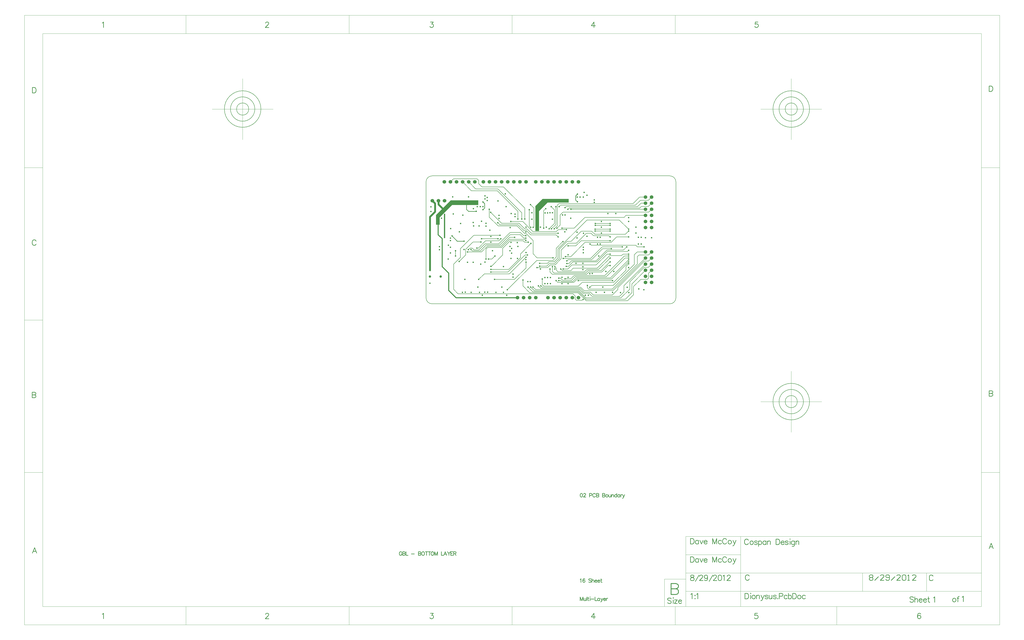
<source format=gbl>
%FSLAX25Y25*%
%MOIN*%
G70*
G01*
G75*
G04 Layer_Physical_Order=4*
G04 Layer_Color=16711680*
%ADD10O,0.06102X0.02165*%
%ADD11R,0.04921X0.01378*%
%ADD12O,0.07087X0.01181*%
%ADD13O,0.01181X0.07087*%
%ADD14R,0.02362X0.03937*%
%ADD15R,0.01772X0.03937*%
%ADD16R,0.07480X0.02835*%
%ADD17R,0.04921X0.07284*%
%ADD18R,0.09843X0.03543*%
%ADD19R,0.00984X0.03150*%
%ADD20R,0.07087X0.11811*%
%ADD21R,0.05118X0.09055*%
%ADD22R,0.07087X0.07480*%
%ADD23R,0.05512X0.06299*%
%ADD24R,0.05315X0.01575*%
%ADD25R,0.07874X0.04724*%
%ADD26R,0.04331X0.12598*%
%ADD27R,0.02953X0.02559*%
%ADD28R,0.02756X0.01969*%
%ADD29R,0.01969X0.02756*%
%ADD30R,0.05906X0.05118*%
%ADD31R,0.02362X0.01969*%
%ADD32R,0.02559X0.02953*%
%ADD33R,0.01969X0.02362*%
%ADD34C,0.00600*%
%ADD35C,0.01000*%
%ADD36C,0.01500*%
%ADD37C,0.02000*%
%ADD38C,0.03000*%
%ADD39C,0.00400*%
%ADD40C,0.00200*%
%ADD41C,0.01400*%
%ADD42C,0.05906*%
%ADD43C,0.03937*%
%ADD44C,0.06000*%
%ADD45C,0.02400*%
%ADD46C,0.04000*%
%ADD47C,0.06416*%
G04:AMPARAMS|DCode=48|XSize=80.157mil|YSize=80.157mil|CornerRadius=0mil|HoleSize=0mil|Usage=FLASHONLY|Rotation=0.000|XOffset=0mil|YOffset=0mil|HoleType=Round|Shape=Relief|Width=8mil|Gap=10mil|Entries=4|*
%AMTHD48*
7,0,0,0.08016,0.06016,0.00800,45*
%
%ADD48THD48*%
%ADD49C,0.08699*%
%ADD50C,0.09487*%
%ADD51C,0.14900*%
%ADD52C,0.06400*%
G04:AMPARAMS|DCode=53|XSize=80mil|YSize=80mil|CornerRadius=0mil|HoleSize=0mil|Usage=FLASHONLY|Rotation=0.000|XOffset=0mil|YOffset=0mil|HoleType=Round|Shape=Relief|Width=8mil|Gap=10mil|Entries=4|*
%AMTHD53*
7,0,0,0.08000,0.06000,0.00800,45*
%
%ADD53THD53*%
G04:AMPARAMS|DCode=54|XSize=50mil|YSize=50mil|CornerRadius=0mil|HoleSize=0mil|Usage=FLASHONLY|Rotation=0.000|XOffset=0mil|YOffset=0mil|HoleType=Round|Shape=Relief|Width=8mil|Gap=10mil|Entries=4|*
%AMTHD54*
7,0,0,0.05000,0.03000,0.00800,45*
%
%ADD54THD54*%
%ADD55C,0.03400*%
G36*
X234800Y166500D02*
X200300D01*
X186300Y152500D01*
Y119900D01*
X180300D01*
Y160900D01*
X192000Y172600D01*
X234800D01*
Y166500D01*
D02*
G37*
G36*
X86400Y162400D02*
X43600D01*
X23300Y142100D01*
Y130100D01*
X17200D01*
Y146100D01*
X41200Y170100D01*
X86400D01*
Y162400D01*
D02*
G37*
D34*
X78000Y102000D02*
X91000D01*
X65900Y89900D02*
X78000Y102000D01*
X126700Y80400D02*
Y91700D01*
X108250Y61950D02*
X126700Y80400D01*
X107250Y61950D02*
X108250D01*
X155800Y76300D02*
Y82300D01*
X136400Y56900D02*
X155800Y76300D01*
X107300Y56900D02*
X136400D01*
X155800Y82300D02*
X173000Y99500D01*
X102000Y92900D02*
X124500D01*
X99300Y90200D02*
X102000Y92900D01*
X99300Y74000D02*
Y90200D01*
X101400Y95000D02*
X123700D01*
X91800Y85400D02*
X101400Y95000D01*
X68800Y85400D02*
X91800D01*
X99700Y97000D02*
X121900D01*
X89900Y87200D02*
X99700Y97000D01*
X76747Y87200D02*
X89900D01*
X97500Y99000D02*
X120300D01*
X87500Y89000D02*
X97500Y99000D01*
X79400Y89000D02*
X87500D01*
X124500Y92900D02*
X137900Y106300D01*
X123700Y95000D02*
X138100Y109400D01*
X120221Y103779D02*
X123700Y107258D01*
X243900Y46900D02*
X294200D01*
X238500Y41500D02*
X243900Y46900D01*
X229000Y41500D02*
X238500D01*
X239600Y38900D02*
X245600Y44900D01*
X225060Y38900D02*
X239600D01*
X221460Y42500D02*
X225060Y38900D01*
X223400Y37000D02*
X241500D01*
X221900Y38500D02*
X223400Y37000D01*
X218500Y38500D02*
X221900D01*
X218500Y42500D02*
X221460D01*
X245600Y44900D02*
X296600D01*
X247400Y42900D02*
X303591D01*
X241500Y37000D02*
X247400Y42900D01*
X248500Y41000D02*
X304841D01*
X243100Y35600D02*
X248500Y41000D01*
X216964Y35600D02*
X243100D01*
X265500Y26800D02*
Y30500D01*
X267600Y24700D02*
X306500D01*
X265500Y26800D02*
X267600Y24700D01*
X269500Y27500D02*
X272400Y30400D01*
X214064Y38500D02*
X216964Y35600D01*
X231900Y66500D02*
X235137D01*
X233900Y72900D02*
X272600D01*
X232000Y71000D02*
X233900Y72900D01*
X162700Y101500D02*
X168500D01*
X214201Y113600D02*
X217500Y110301D01*
X238500Y78000D02*
X261600Y101100D01*
X229500Y78000D02*
X238500D01*
X255323Y104023D02*
X302791D01*
X246700Y95400D02*
X255323Y104023D01*
X233800Y95400D02*
X246700D01*
X225400Y150900D02*
X366300D01*
X220800Y146300D02*
X225400Y150900D01*
X220800Y129690D02*
Y146300D01*
X229000Y158100D02*
X230700Y159800D01*
X233500Y155500D02*
X235500Y157500D01*
X238400Y155400D02*
X360800D01*
X55200Y69900D02*
X65900Y80600D01*
Y89900D01*
X40800Y200400D02*
X45900Y205500D01*
X96400Y49500D02*
X137444D01*
X341300Y15300D02*
Y28800D01*
X263500Y5400D02*
X331400D01*
X341300Y15300D01*
X327800Y7900D02*
X338400Y18500D01*
X263300Y7900D02*
X327800D01*
X320700Y10200D02*
X335100Y24600D01*
X263200Y10200D02*
X320700D01*
X318300Y12600D02*
X325700Y20000D01*
X273400Y12600D02*
X318300D01*
X275300Y14800D02*
X306600D01*
X272400Y30400D02*
X307800D01*
X193800Y153400D02*
X197100Y156700D01*
X206300Y160000D02*
X211600Y154700D01*
X216300Y162100D02*
X219000Y164800D01*
X219200Y159900D02*
X221500Y162200D01*
X243990Y124490D02*
X261700Y142200D01*
X325800D01*
X223906Y124490D02*
X243990D01*
X178000Y127300D02*
Y157600D01*
X172300Y163300D02*
X178000Y157600D01*
X84300Y92000D02*
X86942D01*
X76400D02*
X79400Y89000D01*
X72900Y92000D02*
X76400D01*
X70279Y89379D02*
X72900Y92000D01*
X74547Y89400D02*
X76747Y87200D01*
X86942Y92000D02*
X98721Y103779D01*
X214600Y91700D02*
X225350Y102450D01*
X214600Y77100D02*
Y91700D01*
X183000Y75800D02*
X209300D01*
X176400Y82400D02*
X183000Y75800D01*
X209100Y71600D02*
X214600Y77100D01*
X182500Y71600D02*
X209100D01*
X211200Y69400D02*
X217300Y75500D01*
X202700Y69400D02*
X211200D01*
X217300Y75500D02*
Y90500D01*
X200300Y67000D02*
X202700Y69400D01*
X187300Y67000D02*
X200300D01*
X217300Y90500D02*
X264800Y138000D01*
X203200Y66600D02*
X211600D01*
X198900Y62300D02*
X203200Y66600D01*
X187300Y62300D02*
X198900D01*
X204700Y64300D02*
X212500D01*
X200300Y59900D02*
X204700Y64300D01*
X182800Y59900D02*
X200300D01*
X211600Y66600D02*
X219400Y74400D01*
Y90100D01*
X232200Y102900D01*
X238900D01*
X233900Y100000D02*
X247700D01*
X222600Y88700D02*
X233900Y100000D01*
X222600Y74400D02*
Y88700D01*
X212500Y64300D02*
X222600Y74400D01*
X172500Y113600D02*
X214201D01*
X211000Y50900D02*
X262700D01*
X208200Y53700D02*
X211000Y50900D01*
X208200Y53700D02*
Y61358D01*
X208000Y48900D02*
X264100D01*
X204221Y52679D02*
X208000Y48900D01*
X204221Y52679D02*
Y57238D01*
X208158Y61400D02*
X208200Y61358D01*
X212300Y60895D02*
X214800Y58394D01*
Y55400D02*
Y58394D01*
Y55400D02*
X217300Y52900D01*
X260800D01*
X212300Y60895D02*
Y61300D01*
X271000Y74900D02*
X290000Y93900D01*
X225800Y74900D02*
X271000D01*
X272600Y72900D02*
X290600Y90900D01*
X280000Y70900D02*
X297500Y88400D01*
X239537Y70900D02*
X280000D01*
X235137Y66500D02*
X239537Y70900D01*
X281300Y69200D02*
X298300Y86200D01*
X241900Y69200D02*
X281300D01*
X234557Y61857D02*
X241900Y69200D01*
X269800Y98700D02*
X272054Y96446D01*
X345054D01*
X261600Y101100D02*
X304400D01*
X271600Y116100D02*
X275400Y112300D01*
X263800Y116100D02*
X271600D01*
X247700Y100000D02*
X263800Y116100D01*
X275400Y112300D02*
X300813D01*
X302791Y110322D01*
X277800Y114500D02*
X327879D01*
X272600Y119700D02*
X277800Y114500D01*
X255700Y119700D02*
X272600D01*
X238900Y102900D02*
X255700Y119700D01*
X264800Y138000D02*
X318000D01*
X290000Y93900D02*
X322800D01*
X290600Y90900D02*
X304800D01*
X297500Y88400D02*
X324700D01*
X298300Y86200D02*
X331143D01*
X240250Y64150D02*
X280050D01*
X281400Y58800D02*
X302200Y79600D01*
X297876Y81976D02*
X302791D01*
X280050Y64150D02*
X297876Y81976D01*
X323776D02*
X333218D01*
X321400Y79600D02*
X323776Y81976D01*
X302200Y79600D02*
X321400D01*
X242300Y58800D02*
X281400D01*
X238400Y54900D02*
X242300Y58800D01*
X284015Y56900D02*
X302791Y75676D01*
X264800Y56900D02*
X284015D01*
X260800Y52900D02*
X264800Y56900D01*
X299678Y63078D02*
X302791D01*
X289200Y52600D02*
X299678Y63078D01*
X267800Y52600D02*
X289200D01*
X288169Y54800D02*
X302768Y69400D01*
X266600Y54800D02*
X288169D01*
X262700Y50900D02*
X266600Y54800D01*
X264100Y48900D02*
X267800Y52600D01*
X241800Y16900D02*
X245500Y13200D01*
X250200Y18700D02*
X263500Y5400D01*
X170900Y18700D02*
X250200D01*
X159800Y29800D02*
X170900Y18700D01*
X250900Y20300D02*
X263300Y7900D01*
X175900Y20300D02*
X250900D01*
X168300Y27900D02*
X175900Y20300D01*
X251500Y21900D02*
X263200Y10200D01*
X178400Y21900D02*
X251500D01*
X172400Y27900D02*
X178400Y21900D01*
X252600Y23800D02*
X258800Y17600D01*
X180400Y23800D02*
X252600D01*
X176300Y27900D02*
X180400Y23800D01*
X253800Y25500D02*
X259600Y19700D01*
X189700Y25500D02*
X253800D01*
X185300Y29900D02*
X189700Y25500D01*
X191600Y27600D02*
X254700D01*
X189300Y29900D02*
X191600Y27600D01*
X250800Y29400D02*
X256800Y35400D01*
X193800Y29400D02*
X250800D01*
X191400Y31800D02*
X193800Y29400D01*
X191400Y31800D02*
Y41300D01*
X49300Y79000D02*
Y87500D01*
X176662Y125962D02*
X176794Y126094D01*
X91842Y107258D02*
X118800D01*
X79300Y113000D02*
X122400D01*
X57200Y90900D02*
X79300Y113000D01*
X165100Y115400D02*
X176400Y104100D01*
X245500Y8100D02*
X247500Y6100D01*
X245500Y8100D02*
Y13200D01*
X258800Y17600D02*
X268400D01*
X247500Y6100D02*
X257000D01*
X258400Y7500D01*
X159800Y29800D02*
Y39700D01*
X170300Y128350D02*
X172725Y125925D01*
X170300Y128350D02*
Y154900D01*
X304400Y101100D02*
X313622Y110322D01*
X333218D01*
X324700Y88400D02*
X330200Y93900D01*
X331143Y86200D02*
X333218Y88275D01*
X230800Y61857D02*
X234557D01*
X328900Y61910D02*
X333218Y66228D01*
X304841Y41000D02*
X333218Y69377D01*
X303591Y42900D02*
X333218Y72527D01*
X296600Y44900D02*
X327376Y75676D01*
X333218D01*
X294200Y46900D02*
X326126Y78826D01*
X333218D01*
X302768Y69400D02*
X302791Y69377D01*
X166500Y123100D02*
X173400Y116200D01*
X217500D01*
X165700Y120400D02*
X172500Y113600D01*
X278550Y132369D02*
X302791D01*
X278550Y129220D02*
X302791D01*
X278200Y122921D02*
X302791D01*
X278200Y119771D02*
X302791D01*
X327879Y114500D02*
X333170Y119791D01*
X250435Y38400D02*
X307000D01*
X328900Y55700D02*
Y61910D01*
X256800Y35400D02*
X308600D01*
X328900Y55700D01*
X259600Y19700D02*
X270400D01*
X57200Y76600D02*
Y90900D01*
X46100Y65500D02*
X57200Y76600D01*
X270400Y19700D02*
X275300Y14800D01*
X268400Y17600D02*
X273400Y12600D01*
X176662Y125962D02*
X178000Y127300D01*
X139900Y135500D02*
X159500D01*
X176200Y118800D01*
X214500D01*
X345054Y96446D02*
X347500Y94000D01*
X318000Y138000D02*
X332900Y123100D01*
X214500Y118800D02*
X217800Y122100D01*
X231300D01*
X176400Y82400D02*
Y104100D01*
X215600Y124490D02*
X220800Y129690D01*
X211100Y123400D02*
X216300Y128600D01*
Y162100D01*
X206700Y123400D02*
X213800Y130500D01*
Y159700D01*
X214000Y159900D01*
X202800Y123400D02*
X211600Y132200D01*
Y154700D01*
X193800Y124400D02*
Y153400D01*
X137444Y49500D02*
X164780Y76836D01*
X135200Y52500D02*
X163100Y80400D01*
X167300D01*
X107300Y52500D02*
X135200D01*
X103300Y73900D02*
X108900D01*
X113900Y78900D01*
X118700Y133600D02*
X122000Y130300D01*
X104700Y142600D02*
Y155500D01*
X162900Y123100D02*
X166500D01*
X122000Y130300D02*
X151600D01*
X161500Y120400D01*
X165700D01*
X104700Y142600D02*
X119200Y128100D01*
X106900Y150500D02*
X125000Y132400D01*
X153600D01*
X162900Y123100D01*
X119200Y128100D02*
X150100D01*
X162800Y115400D01*
X165100D01*
X155600Y117700D02*
X161031Y112269D01*
X164700D01*
X155500Y113900D02*
X161068Y108332D01*
X164700D01*
X162795Y106300D02*
X164700Y104395D01*
X98721Y103779D02*
X120221D01*
X120300Y99000D02*
X139000Y117700D01*
X155600D01*
X160200Y104000D02*
X162700Y101500D01*
X121900Y97000D02*
X138800Y113900D01*
X155500D01*
X138100Y109400D02*
X146300D01*
X137900Y106300D02*
X162795D01*
X126700Y91700D02*
X139000Y104000D01*
X160200D01*
X221900Y57400D02*
X224400Y54900D01*
X238400D01*
X233500Y57400D02*
X240250Y64150D01*
X225900Y57400D02*
X233500D01*
X329000Y145400D02*
X360800D01*
X325800Y142200D02*
X329000Y145400D01*
X366300Y150900D02*
X370800Y155400D01*
X365600Y160200D02*
X370800Y165400D01*
X235500Y157500D02*
X351600D01*
X354300Y160200D01*
X365600D01*
X230700Y159800D02*
X347800D01*
X353400Y165400D01*
X360800D01*
X365700Y170300D02*
X370800Y175400D01*
X221500Y162200D02*
X344300D01*
X352400Y170300D01*
X365700D01*
X219000Y164800D02*
X340600D01*
X351200Y175400D01*
X360800D01*
X341300Y28800D02*
X353100Y40600D01*
X363900D01*
X307800Y30400D02*
X342700Y65300D01*
X366000Y80600D02*
X370800Y85400D01*
X254700Y27600D02*
X260000Y22300D01*
X307700D01*
X360800Y75400D01*
X306500Y24700D02*
X347400Y65600D01*
X359000Y70600D02*
X366000D01*
X370800Y75400D01*
X306600Y14800D02*
X315600Y23800D01*
Y27200D01*
X359000Y70600D01*
X325700Y20000D02*
Y30300D01*
X360800Y65400D01*
X342700Y65300D02*
Y80900D01*
X347200Y85400D01*
X360800D01*
X347400Y65600D02*
Y77900D01*
X350100Y80600D01*
X366000D01*
X358700Y60200D02*
X365600D01*
X370800Y65400D01*
X335100Y24600D02*
Y36600D01*
X358700Y60200D01*
X338400Y18500D02*
Y33000D01*
X360800Y55400D01*
X363900Y40600D02*
X366000Y42700D01*
Y50600D01*
X370800Y55400D01*
X347500Y94000D02*
X358493D01*
X134300Y23400D02*
X182500Y71600D01*
X46100Y24100D02*
Y65500D01*
Y24100D02*
X53300Y16900D01*
X241800D01*
X87300Y40400D02*
X96400Y49500D01*
X164800Y59300D02*
Y69000D01*
X113300Y40400D02*
X145900D01*
X164800Y59300D01*
X60800Y200400D02*
X75300Y185900D01*
X70800Y200400D02*
X82200Y189000D01*
X118800D01*
X157765Y150035D01*
Y139400D02*
Y150035D01*
X45900Y205500D02*
X84700D01*
X87300Y202900D01*
Y197500D02*
Y202900D01*
Y197500D02*
X92500Y192300D01*
X75300Y185900D02*
X117800D01*
X151600Y152100D01*
Y139400D02*
Y152100D01*
X92500Y192300D02*
X128000D01*
X162800Y157500D01*
Y139400D02*
Y157500D01*
X610000Y-160000D02*
G03*
X610000Y-160000I-10000J0D01*
G01*
X620000D02*
G03*
X620000Y-160000I-20000J0D01*
G01*
X630000D02*
G03*
X630000Y-160000I-30000J0D01*
G01*
X610000Y320000D02*
G03*
X610000Y320000I-10000J0D01*
G01*
X620000D02*
G03*
X620000Y320000I-20000J0D01*
G01*
X630000D02*
G03*
X630000Y320000I-30000J0D01*
G01*
X-290000D02*
G03*
X-290000Y320000I-10000J0D01*
G01*
X-280000D02*
G03*
X-280000Y320000I-20000J0D01*
G01*
X-270000D02*
G03*
X-270000Y320000I-30000J0D01*
G01*
X800Y10400D02*
G03*
X10800Y400I10000J0D01*
G01*
Y210400D02*
G03*
X800Y200400I0J-10000D01*
G01*
X410800D02*
G03*
X400800Y210400I-10000J0D01*
G01*
Y400D02*
G03*
X410800Y10400I0J10000D01*
G01*
X800D02*
Y200400D01*
X10800Y400D02*
X400800D01*
X410800Y10400D02*
Y200400D01*
X10800Y210400D02*
X400800D01*
D35*
X94300Y167500D02*
X97000Y164800D01*
Y157900D02*
Y164800D01*
X94100Y155000D02*
X97000Y157900D01*
X246300Y177400D02*
X249300Y180400D01*
X246300Y170700D02*
Y177400D01*
Y170700D02*
X249100Y167900D01*
X67300Y155300D02*
Y164600D01*
Y155300D02*
X70400Y152200D01*
X83200D01*
X43431Y111831D02*
X51961Y103300D01*
X62757D01*
X-38940Y-407615D02*
X-39226Y-407043D01*
X-39797Y-406472D01*
X-40369Y-406186D01*
X-41511D01*
X-42083Y-406472D01*
X-42654Y-407043D01*
X-42940Y-407615D01*
X-43225Y-408472D01*
Y-409900D01*
X-42940Y-410757D01*
X-42654Y-411328D01*
X-42083Y-411900D01*
X-41511Y-412185D01*
X-40369D01*
X-39797Y-411900D01*
X-39226Y-411328D01*
X-38940Y-410757D01*
Y-409900D01*
X-40369D02*
X-38940D01*
X-37569Y-406186D02*
Y-412185D01*
Y-406186D02*
X-34998D01*
X-34141Y-406472D01*
X-33856Y-406758D01*
X-33570Y-407329D01*
Y-407900D01*
X-33856Y-408472D01*
X-34141Y-408757D01*
X-34998Y-409043D01*
X-37569D02*
X-34998D01*
X-34141Y-409329D01*
X-33856Y-409614D01*
X-33570Y-410186D01*
Y-411043D01*
X-33856Y-411614D01*
X-34141Y-411900D01*
X-34998Y-412185D01*
X-37569D01*
X-32228Y-406186D02*
Y-412185D01*
X-28800D01*
X-23429Y-409614D02*
X-18288D01*
X-11803Y-406186D02*
Y-412185D01*
Y-406186D02*
X-9233D01*
X-8376Y-406472D01*
X-8090Y-406758D01*
X-7804Y-407329D01*
Y-407900D01*
X-8090Y-408472D01*
X-8376Y-408757D01*
X-9233Y-409043D01*
X-11803D02*
X-9233D01*
X-8376Y-409329D01*
X-8090Y-409614D01*
X-7804Y-410186D01*
Y-411043D01*
X-8090Y-411614D01*
X-8376Y-411900D01*
X-9233Y-412185D01*
X-11803D01*
X-4748Y-406186D02*
X-5319Y-406472D01*
X-5890Y-407043D01*
X-6176Y-407615D01*
X-6462Y-408472D01*
Y-409900D01*
X-6176Y-410757D01*
X-5890Y-411328D01*
X-5319Y-411900D01*
X-4748Y-412185D01*
X-3605D01*
X-3034Y-411900D01*
X-2462Y-411328D01*
X-2177Y-410757D01*
X-1891Y-409900D01*
Y-408472D01*
X-2177Y-407615D01*
X-2462Y-407043D01*
X-3034Y-406472D01*
X-3605Y-406186D01*
X-4748D01*
X1508D02*
Y-412185D01*
X-491Y-406186D02*
X3508D01*
X6221D02*
Y-412185D01*
X4222Y-406186D02*
X8221D01*
X10649D02*
X10078Y-406472D01*
X9506Y-407043D01*
X9221Y-407615D01*
X8935Y-408472D01*
Y-409900D01*
X9221Y-410757D01*
X9506Y-411328D01*
X10078Y-411900D01*
X10649Y-412185D01*
X11792D01*
X12363Y-411900D01*
X12934Y-411328D01*
X13220Y-410757D01*
X13506Y-409900D01*
Y-408472D01*
X13220Y-407615D01*
X12934Y-407043D01*
X12363Y-406472D01*
X11792Y-406186D01*
X10649D01*
X14905D02*
Y-412185D01*
Y-406186D02*
X17190Y-412185D01*
X19476Y-406186D02*
X17190Y-412185D01*
X19476Y-406186D02*
Y-412185D01*
X25903Y-406186D02*
Y-412185D01*
X29331D01*
X34558D02*
X32273Y-406186D01*
X29988Y-412185D01*
X30845Y-410186D02*
X33701D01*
X35958Y-406186D02*
X38243Y-409043D01*
Y-412185D01*
X40528Y-406186D02*
X38243Y-409043D01*
X45013Y-406186D02*
X41300D01*
Y-412185D01*
X45013D01*
X41300Y-409043D02*
X43585D01*
X46013Y-406186D02*
Y-412185D01*
Y-406186D02*
X48584D01*
X49441Y-406472D01*
X49726Y-406758D01*
X50012Y-407329D01*
Y-407900D01*
X49726Y-408472D01*
X49441Y-408757D01*
X48584Y-409043D01*
X46013D01*
X48012D02*
X50012Y-412185D01*
X255214Y-310501D02*
X254357Y-310787D01*
X253786Y-311644D01*
X253500Y-313072D01*
Y-313929D01*
X253786Y-315357D01*
X254357Y-316214D01*
X255214Y-316500D01*
X255785D01*
X256642Y-316214D01*
X257213Y-315357D01*
X257499Y-313929D01*
Y-313072D01*
X257213Y-311644D01*
X256642Y-310787D01*
X255785Y-310501D01*
X255214D01*
X259127Y-311930D02*
Y-311644D01*
X259413Y-311073D01*
X259699Y-310787D01*
X260270Y-310501D01*
X261413D01*
X261984Y-310787D01*
X262269Y-311073D01*
X262555Y-311644D01*
Y-312215D01*
X262269Y-312787D01*
X261698Y-313644D01*
X258842Y-316500D01*
X262841D01*
X268897Y-313644D02*
X271468D01*
X272324Y-313358D01*
X272610Y-313072D01*
X272896Y-312501D01*
Y-311644D01*
X272610Y-311073D01*
X272324Y-310787D01*
X271468Y-310501D01*
X268897D01*
Y-316500D01*
X278523Y-311930D02*
X278238Y-311358D01*
X277666Y-310787D01*
X277095Y-310501D01*
X275952D01*
X275381Y-310787D01*
X274810Y-311358D01*
X274524Y-311930D01*
X274238Y-312787D01*
Y-314215D01*
X274524Y-315072D01*
X274810Y-315643D01*
X275381Y-316214D01*
X275952Y-316500D01*
X277095D01*
X277666Y-316214D01*
X278238Y-315643D01*
X278523Y-315072D01*
X280209Y-310501D02*
Y-316500D01*
Y-310501D02*
X282779D01*
X283636Y-310787D01*
X283922Y-311073D01*
X284208Y-311644D01*
Y-312215D01*
X283922Y-312787D01*
X283636Y-313072D01*
X282779Y-313358D01*
X280209D02*
X282779D01*
X283636Y-313644D01*
X283922Y-313929D01*
X284208Y-314500D01*
Y-315357D01*
X283922Y-315929D01*
X283636Y-316214D01*
X282779Y-316500D01*
X280209D01*
X290264Y-310501D02*
Y-316500D01*
Y-310501D02*
X292834D01*
X293691Y-310787D01*
X293977Y-311073D01*
X294263Y-311644D01*
Y-312215D01*
X293977Y-312787D01*
X293691Y-313072D01*
X292834Y-313358D01*
X290264D02*
X292834D01*
X293691Y-313644D01*
X293977Y-313929D01*
X294263Y-314500D01*
Y-315357D01*
X293977Y-315929D01*
X293691Y-316214D01*
X292834Y-316500D01*
X290264D01*
X297034Y-312501D02*
X296462Y-312787D01*
X295891Y-313358D01*
X295605Y-314215D01*
Y-314786D01*
X295891Y-315643D01*
X296462Y-316214D01*
X297034Y-316500D01*
X297890D01*
X298462Y-316214D01*
X299033Y-315643D01*
X299319Y-314786D01*
Y-314215D01*
X299033Y-313358D01*
X298462Y-312787D01*
X297890Y-312501D01*
X297034D01*
X300633D02*
Y-315357D01*
X300918Y-316214D01*
X301490Y-316500D01*
X302347D01*
X302918Y-316214D01*
X303775Y-315357D01*
Y-312501D02*
Y-316500D01*
X305346Y-312501D02*
Y-316500D01*
Y-313644D02*
X306203Y-312787D01*
X306774Y-312501D01*
X307631D01*
X308203Y-312787D01*
X308488Y-313644D01*
Y-316500D01*
X313487Y-310501D02*
Y-316500D01*
Y-313358D02*
X312916Y-312787D01*
X312345Y-312501D01*
X311488D01*
X310916Y-312787D01*
X310345Y-313358D01*
X310059Y-314215D01*
Y-314786D01*
X310345Y-315643D01*
X310916Y-316214D01*
X311488Y-316500D01*
X312345D01*
X312916Y-316214D01*
X313487Y-315643D01*
X318515Y-312501D02*
Y-316500D01*
Y-313358D02*
X317943Y-312787D01*
X317372Y-312501D01*
X316515D01*
X315944Y-312787D01*
X315372Y-313358D01*
X315087Y-314215D01*
Y-314786D01*
X315372Y-315643D01*
X315944Y-316214D01*
X316515Y-316500D01*
X317372D01*
X317943Y-316214D01*
X318515Y-315643D01*
X320114Y-312501D02*
Y-316500D01*
Y-314215D02*
X320400Y-313358D01*
X320971Y-312787D01*
X321543Y-312501D01*
X322399D01*
X323228D02*
X324942Y-316500D01*
X326656Y-312501D02*
X324942Y-316500D01*
X324371Y-317643D01*
X323799Y-318214D01*
X323228Y-318500D01*
X322942D01*
X924500Y-142002D02*
Y-151000D01*
Y-142002D02*
X928356D01*
X929642Y-142430D01*
X930070Y-142859D01*
X930499Y-143716D01*
Y-144573D01*
X930070Y-145430D01*
X929642Y-145858D01*
X928356Y-146287D01*
X924500D02*
X928356D01*
X929642Y-146715D01*
X930070Y-147144D01*
X930499Y-148001D01*
Y-149286D01*
X930070Y-150143D01*
X929642Y-150572D01*
X928356Y-151000D01*
X924500D01*
X-638144Y-408500D02*
X-641572Y-399502D01*
X-645000Y-408500D01*
X-643715Y-405501D02*
X-639430D01*
X-645500Y-144502D02*
Y-153500D01*
Y-144502D02*
X-641644D01*
X-640358Y-144930D01*
X-639930Y-145359D01*
X-639501Y-146216D01*
Y-147073D01*
X-639930Y-147930D01*
X-640358Y-148358D01*
X-641644Y-148787D01*
X-645500D02*
X-641644D01*
X-640358Y-149215D01*
X-639930Y-149644D01*
X-639501Y-150501D01*
Y-151786D01*
X-639930Y-152643D01*
X-640358Y-153071D01*
X-641644Y-153500D01*
X-645500D01*
X-639073Y103356D02*
X-639501Y104213D01*
X-640358Y105070D01*
X-641215Y105498D01*
X-642929D01*
X-643786Y105070D01*
X-644643Y104213D01*
X-645072Y103356D01*
X-645500Y102070D01*
Y99928D01*
X-645072Y98642D01*
X-644643Y97785D01*
X-643786Y96929D01*
X-642929Y96500D01*
X-641215D01*
X-640358Y96929D01*
X-639501Y97785D01*
X-639073Y98642D01*
X-645000Y355498D02*
Y346500D01*
Y355498D02*
X-642001D01*
X-640715Y355070D01*
X-639858Y354213D01*
X-639430Y353356D01*
X-639001Y352070D01*
Y349928D01*
X-639430Y348642D01*
X-639858Y347785D01*
X-640715Y346929D01*
X-642001Y346500D01*
X-645000D01*
X812142Y-508287D02*
X811713Y-507430D01*
X810428Y-507002D01*
X809571D01*
X808285Y-507430D01*
X807428Y-508716D01*
X807000Y-510858D01*
Y-513001D01*
X807428Y-514715D01*
X808285Y-515571D01*
X809571Y-516000D01*
X809999D01*
X811285Y-515571D01*
X812142Y-514715D01*
X812570Y-513429D01*
Y-513001D01*
X812142Y-511715D01*
X811285Y-510858D01*
X809999Y-510430D01*
X809571D01*
X808285Y-510858D01*
X807428Y-511715D01*
X807000Y-513001D01*
X524000Y-474502D02*
Y-483500D01*
Y-474502D02*
X526999D01*
X528285Y-474930D01*
X529142Y-475787D01*
X529570Y-476644D01*
X529999Y-477930D01*
Y-480072D01*
X529570Y-481358D01*
X529142Y-482215D01*
X528285Y-483072D01*
X526999Y-483500D01*
X524000D01*
X532869Y-474502D02*
X533298Y-474930D01*
X533727Y-474502D01*
X533298Y-474073D01*
X532869Y-474502D01*
X533298Y-477501D02*
Y-483500D01*
X537454Y-477501D02*
X536597Y-477930D01*
X535740Y-478787D01*
X535312Y-480072D01*
Y-480929D01*
X535740Y-482215D01*
X536597Y-483072D01*
X537454Y-483500D01*
X538740D01*
X539597Y-483072D01*
X540454Y-482215D01*
X540882Y-480929D01*
Y-480072D01*
X540454Y-478787D01*
X539597Y-477930D01*
X538740Y-477501D01*
X537454D01*
X542853D02*
Y-483500D01*
Y-479215D02*
X544138Y-477930D01*
X544995Y-477501D01*
X546281D01*
X547138Y-477930D01*
X547566Y-479215D01*
Y-483500D01*
X550351Y-477501D02*
X552922Y-483500D01*
X555493Y-477501D02*
X552922Y-483500D01*
X552065Y-485214D01*
X551208Y-486071D01*
X550351Y-486499D01*
X549923D01*
X561706Y-478787D02*
X561278Y-477930D01*
X559992Y-477501D01*
X558707D01*
X557421Y-477930D01*
X556993Y-478787D01*
X557421Y-479644D01*
X558278Y-480072D01*
X560421Y-480501D01*
X561278Y-480929D01*
X561706Y-481786D01*
Y-482215D01*
X561278Y-483072D01*
X559992Y-483500D01*
X558707D01*
X557421Y-483072D01*
X556993Y-482215D01*
X563591Y-477501D02*
Y-481786D01*
X564020Y-483072D01*
X564877Y-483500D01*
X566162D01*
X567019Y-483072D01*
X568305Y-481786D01*
Y-477501D02*
Y-483500D01*
X575375Y-478787D02*
X574946Y-477930D01*
X573661Y-477501D01*
X572375D01*
X571090Y-477930D01*
X570661Y-478787D01*
X571090Y-479644D01*
X571947Y-480072D01*
X574089Y-480501D01*
X574946Y-480929D01*
X575375Y-481786D01*
Y-482215D01*
X574946Y-483072D01*
X573661Y-483500D01*
X572375D01*
X571090Y-483072D01*
X570661Y-482215D01*
X577689Y-482643D02*
X577260Y-483072D01*
X577689Y-483500D01*
X578117Y-483072D01*
X577689Y-482643D01*
X580088Y-479215D02*
X583944D01*
X585230Y-478787D01*
X585658Y-478358D01*
X586087Y-477501D01*
Y-476216D01*
X585658Y-475359D01*
X585230Y-474930D01*
X583944Y-474502D01*
X580088D01*
Y-483500D01*
X593242Y-478787D02*
X592385Y-477930D01*
X591528Y-477501D01*
X590243D01*
X589386Y-477930D01*
X588529Y-478787D01*
X588101Y-480072D01*
Y-480929D01*
X588529Y-482215D01*
X589386Y-483072D01*
X590243Y-483500D01*
X591528D01*
X592385Y-483072D01*
X593242Y-482215D01*
X595170Y-474502D02*
Y-483500D01*
Y-478787D02*
X596027Y-477930D01*
X596884Y-477501D01*
X598170D01*
X599027Y-477930D01*
X599884Y-478787D01*
X600312Y-480072D01*
Y-480929D01*
X599884Y-482215D01*
X599027Y-483072D01*
X598170Y-483500D01*
X596884D01*
X596027Y-483072D01*
X595170Y-482215D01*
X602240Y-474502D02*
Y-483500D01*
Y-474502D02*
X605240D01*
X606525Y-474930D01*
X607382Y-475787D01*
X607811Y-476644D01*
X608239Y-477930D01*
Y-480072D01*
X607811Y-481358D01*
X607382Y-482215D01*
X606525Y-483072D01*
X605240Y-483500D01*
X602240D01*
X612395Y-477501D02*
X611538Y-477930D01*
X610681Y-478787D01*
X610253Y-480072D01*
Y-480929D01*
X610681Y-482215D01*
X611538Y-483072D01*
X612395Y-483500D01*
X613681D01*
X614538Y-483072D01*
X615395Y-482215D01*
X615823Y-480929D01*
Y-480072D01*
X615395Y-478787D01*
X614538Y-477930D01*
X613681Y-477501D01*
X612395D01*
X622936Y-478787D02*
X622079Y-477930D01*
X621222Y-477501D01*
X619937D01*
X619080Y-477930D01*
X618223Y-478787D01*
X617794Y-480072D01*
Y-480929D01*
X618223Y-482215D01*
X619080Y-483072D01*
X619937Y-483500D01*
X621222D01*
X622079Y-483072D01*
X622936Y-482215D01*
X435000Y-476216D02*
X435857Y-475787D01*
X437142Y-474502D01*
Y-483500D01*
X442027Y-477501D02*
X441599Y-477930D01*
X442027Y-478358D01*
X442456Y-477930D01*
X442027Y-477501D01*
Y-482643D02*
X441599Y-483072D01*
X442027Y-483500D01*
X442456Y-483072D01*
X442027Y-482643D01*
X444427Y-476216D02*
X445284Y-475787D01*
X446569Y-474502D01*
Y-483500D01*
X402999Y-483287D02*
X402142Y-482430D01*
X400856Y-482002D01*
X399142D01*
X397857Y-482430D01*
X397000Y-483287D01*
Y-484144D01*
X397428Y-485001D01*
X397857Y-485430D01*
X398714Y-485858D01*
X401285Y-486715D01*
X402142Y-487144D01*
X402570Y-487572D01*
X402999Y-488429D01*
Y-489715D01*
X402142Y-490571D01*
X400856Y-491000D01*
X399142D01*
X397857Y-490571D01*
X397000Y-489715D01*
X405869Y-482002D02*
X406298Y-482430D01*
X406727Y-482002D01*
X406298Y-481573D01*
X405869Y-482002D01*
X406298Y-485001D02*
Y-491000D01*
X413025Y-485001D02*
X408312Y-491000D01*
Y-485001D02*
X413025D01*
X408312Y-491000D02*
X413025D01*
X414911Y-487572D02*
X420052D01*
Y-486715D01*
X419624Y-485858D01*
X419195Y-485430D01*
X418338Y-485001D01*
X417053D01*
X416196Y-485430D01*
X415339Y-486287D01*
X414911Y-487572D01*
Y-488429D01*
X415339Y-489715D01*
X416196Y-490571D01*
X417053Y-491000D01*
X418338D01*
X419195Y-490571D01*
X420052Y-489715D01*
X436642Y-444502D02*
X435357Y-444930D01*
X434929Y-445787D01*
Y-446644D01*
X435357Y-447501D01*
X436214Y-447930D01*
X437928Y-448358D01*
X439213Y-448787D01*
X440070Y-449644D01*
X440499Y-450501D01*
Y-451786D01*
X440070Y-452643D01*
X439642Y-453071D01*
X438356Y-453500D01*
X436642D01*
X435357Y-453071D01*
X434929Y-452643D01*
X434500Y-451786D01*
Y-450501D01*
X434929Y-449644D01*
X435785Y-448787D01*
X437071Y-448358D01*
X438785Y-447930D01*
X439642Y-447501D01*
X440070Y-446644D01*
Y-445787D01*
X439642Y-444930D01*
X438356Y-444502D01*
X436642D01*
X442513Y-454785D02*
X448511Y-444502D01*
X449540Y-446644D02*
Y-446216D01*
X449968Y-445359D01*
X450397Y-444930D01*
X451254Y-444502D01*
X452968D01*
X453824Y-444930D01*
X454253Y-445359D01*
X454681Y-446216D01*
Y-447073D01*
X454253Y-447930D01*
X453396Y-449215D01*
X449111Y-453500D01*
X455110D01*
X462694Y-447501D02*
X462265Y-448787D01*
X461409Y-449644D01*
X460123Y-450072D01*
X459695D01*
X458409Y-449644D01*
X457552Y-448787D01*
X457124Y-447501D01*
Y-447073D01*
X457552Y-445787D01*
X458409Y-444930D01*
X459695Y-444502D01*
X460123D01*
X461409Y-444930D01*
X462265Y-445787D01*
X462694Y-447501D01*
Y-449644D01*
X462265Y-451786D01*
X461409Y-453071D01*
X460123Y-453500D01*
X459266D01*
X457981Y-453071D01*
X457552Y-452215D01*
X465136Y-454785D02*
X471135Y-444502D01*
X472163Y-446644D02*
Y-446216D01*
X472592Y-445359D01*
X473020Y-444930D01*
X473877Y-444502D01*
X475591D01*
X476448Y-444930D01*
X476877Y-445359D01*
X477305Y-446216D01*
Y-447073D01*
X476877Y-447930D01*
X476020Y-449215D01*
X471735Y-453500D01*
X477734D01*
X482318Y-444502D02*
X481033Y-444930D01*
X480176Y-446216D01*
X479747Y-448358D01*
Y-449644D01*
X480176Y-451786D01*
X481033Y-453071D01*
X482318Y-453500D01*
X483175D01*
X484461Y-453071D01*
X485318Y-451786D01*
X485746Y-449644D01*
Y-448358D01*
X485318Y-446216D01*
X484461Y-444930D01*
X483175Y-444502D01*
X482318D01*
X487760Y-446216D02*
X488617Y-445787D01*
X489902Y-444502D01*
Y-453500D01*
X494787Y-446644D02*
Y-446216D01*
X495216Y-445359D01*
X495644Y-444930D01*
X496501Y-444502D01*
X498215D01*
X499072Y-444930D01*
X499500Y-445359D01*
X499929Y-446216D01*
Y-447073D01*
X499500Y-447930D01*
X498643Y-449215D01*
X494359Y-453500D01*
X500357D01*
X434500Y-414502D02*
Y-423500D01*
Y-414502D02*
X437499D01*
X438785Y-414930D01*
X439642Y-415787D01*
X440070Y-416644D01*
X440499Y-417930D01*
Y-420072D01*
X440070Y-421358D01*
X439642Y-422215D01*
X438785Y-423071D01*
X437499Y-423500D01*
X434500D01*
X447654Y-417501D02*
Y-423500D01*
Y-418787D02*
X446797Y-417930D01*
X445940Y-417501D01*
X444655D01*
X443798Y-417930D01*
X442941Y-418787D01*
X442513Y-420072D01*
Y-420929D01*
X442941Y-422215D01*
X443798Y-423071D01*
X444655Y-423500D01*
X445940D01*
X446797Y-423071D01*
X447654Y-422215D01*
X450054Y-417501D02*
X452625Y-423500D01*
X455196Y-417501D02*
X452625Y-423500D01*
X456652Y-420072D02*
X461794D01*
Y-419215D01*
X461366Y-418358D01*
X460937Y-417930D01*
X460080Y-417501D01*
X458795D01*
X457938Y-417930D01*
X457081Y-418787D01*
X456652Y-420072D01*
Y-420929D01*
X457081Y-422215D01*
X457938Y-423071D01*
X458795Y-423500D01*
X460080D01*
X460937Y-423071D01*
X461794Y-422215D01*
X470792Y-414502D02*
Y-423500D01*
Y-414502D02*
X474220Y-423500D01*
X477648Y-414502D02*
X474220Y-423500D01*
X477648Y-414502D02*
Y-423500D01*
X485360Y-418787D02*
X484504Y-417930D01*
X483647Y-417501D01*
X482361D01*
X481504Y-417930D01*
X480647Y-418787D01*
X480219Y-420072D01*
Y-420929D01*
X480647Y-422215D01*
X481504Y-423071D01*
X482361Y-423500D01*
X483647D01*
X484504Y-423071D01*
X485360Y-422215D01*
X493716Y-416644D02*
X493287Y-415787D01*
X492430Y-414930D01*
X491573Y-414502D01*
X489860D01*
X489003Y-414930D01*
X488146Y-415787D01*
X487717Y-416644D01*
X487289Y-417930D01*
Y-420072D01*
X487717Y-421358D01*
X488146Y-422215D01*
X489003Y-423071D01*
X489860Y-423500D01*
X491573D01*
X492430Y-423071D01*
X493287Y-422215D01*
X493716Y-421358D01*
X498386Y-417501D02*
X497529Y-417930D01*
X496672Y-418787D01*
X496244Y-420072D01*
Y-420929D01*
X496672Y-422215D01*
X497529Y-423071D01*
X498386Y-423500D01*
X499672D01*
X500529Y-423071D01*
X501386Y-422215D01*
X501814Y-420929D01*
Y-420072D01*
X501386Y-418787D01*
X500529Y-417930D01*
X499672Y-417501D01*
X498386D01*
X504214D02*
X506784Y-423500D01*
X509355Y-417501D02*
X506784Y-423500D01*
X505928Y-425214D01*
X505071Y-426071D01*
X504214Y-426499D01*
X503785D01*
X434500Y-384502D02*
Y-393500D01*
Y-384502D02*
X437499D01*
X438785Y-384930D01*
X439642Y-385787D01*
X440070Y-386644D01*
X440499Y-387930D01*
Y-390072D01*
X440070Y-391358D01*
X439642Y-392215D01*
X438785Y-393072D01*
X437499Y-393500D01*
X434500D01*
X447654Y-387501D02*
Y-393500D01*
Y-388787D02*
X446797Y-387930D01*
X445940Y-387501D01*
X444655D01*
X443798Y-387930D01*
X442941Y-388787D01*
X442513Y-390072D01*
Y-390929D01*
X442941Y-392215D01*
X443798Y-393072D01*
X444655Y-393500D01*
X445940D01*
X446797Y-393072D01*
X447654Y-392215D01*
X450054Y-387501D02*
X452625Y-393500D01*
X455196Y-387501D02*
X452625Y-393500D01*
X456652Y-390072D02*
X461794D01*
Y-389215D01*
X461366Y-388358D01*
X460937Y-387930D01*
X460080Y-387501D01*
X458795D01*
X457938Y-387930D01*
X457081Y-388787D01*
X456652Y-390072D01*
Y-390929D01*
X457081Y-392215D01*
X457938Y-393072D01*
X458795Y-393500D01*
X460080D01*
X460937Y-393072D01*
X461794Y-392215D01*
X470792Y-384502D02*
Y-393500D01*
Y-384502D02*
X474220Y-393500D01*
X477648Y-384502D02*
X474220Y-393500D01*
X477648Y-384502D02*
Y-393500D01*
X485360Y-388787D02*
X484504Y-387930D01*
X483647Y-387501D01*
X482361D01*
X481504Y-387930D01*
X480647Y-388787D01*
X480219Y-390072D01*
Y-390929D01*
X480647Y-392215D01*
X481504Y-393072D01*
X482361Y-393500D01*
X483647D01*
X484504Y-393072D01*
X485360Y-392215D01*
X493716Y-386644D02*
X493287Y-385787D01*
X492430Y-384930D01*
X491573Y-384502D01*
X489860D01*
X489003Y-384930D01*
X488146Y-385787D01*
X487717Y-386644D01*
X487289Y-387930D01*
Y-390072D01*
X487717Y-391358D01*
X488146Y-392215D01*
X489003Y-393072D01*
X489860Y-393500D01*
X491573D01*
X492430Y-393072D01*
X493287Y-392215D01*
X493716Y-391358D01*
X498386Y-387501D02*
X497529Y-387930D01*
X496672Y-388787D01*
X496244Y-390072D01*
Y-390929D01*
X496672Y-392215D01*
X497529Y-393072D01*
X498386Y-393500D01*
X499672D01*
X500529Y-393072D01*
X501386Y-392215D01*
X501814Y-390929D01*
Y-390072D01*
X501386Y-388787D01*
X500529Y-387930D01*
X499672Y-387501D01*
X498386D01*
X504214D02*
X506784Y-393500D01*
X509355Y-387501D02*
X506784Y-393500D01*
X505928Y-395214D01*
X505071Y-396071D01*
X504214Y-396499D01*
X503785D01*
X866642Y-482501D02*
X865785Y-482930D01*
X864929Y-483787D01*
X864500Y-485072D01*
Y-485929D01*
X864929Y-487215D01*
X865785Y-488071D01*
X866642Y-488500D01*
X867928D01*
X868785Y-488071D01*
X869642Y-487215D01*
X870070Y-485929D01*
Y-485072D01*
X869642Y-483787D01*
X868785Y-482930D01*
X867928Y-482501D01*
X866642D01*
X875469Y-479502D02*
X874612D01*
X873755Y-479930D01*
X873327Y-481216D01*
Y-488500D01*
X872041Y-482501D02*
X875041D01*
X800499Y-481287D02*
X799642Y-480430D01*
X798356Y-480002D01*
X796642D01*
X795357Y-480430D01*
X794500Y-481287D01*
Y-482144D01*
X794929Y-483001D01*
X795357Y-483430D01*
X796214Y-483858D01*
X798785Y-484715D01*
X799642Y-485144D01*
X800070Y-485572D01*
X800499Y-486429D01*
Y-487715D01*
X799642Y-488572D01*
X798356Y-489000D01*
X796642D01*
X795357Y-488572D01*
X794500Y-487715D01*
X802513Y-480002D02*
Y-489000D01*
Y-484715D02*
X803798Y-483430D01*
X804655Y-483001D01*
X805940D01*
X806797Y-483430D01*
X807226Y-484715D01*
Y-489000D01*
X809583Y-485572D02*
X814724D01*
Y-484715D01*
X814296Y-483858D01*
X813867Y-483430D01*
X813010Y-483001D01*
X811725D01*
X810868Y-483430D01*
X810011Y-484287D01*
X809583Y-485572D01*
Y-486429D01*
X810011Y-487715D01*
X810868Y-488572D01*
X811725Y-489000D01*
X813010D01*
X813867Y-488572D01*
X814724Y-487715D01*
X816652Y-485572D02*
X821794D01*
Y-484715D01*
X821366Y-483858D01*
X820937Y-483430D01*
X820080Y-483001D01*
X818795D01*
X817938Y-483430D01*
X817081Y-484287D01*
X816652Y-485572D01*
Y-486429D01*
X817081Y-487715D01*
X817938Y-488572D01*
X818795Y-489000D01*
X820080D01*
X820937Y-488572D01*
X821794Y-487715D01*
X825008Y-480002D02*
Y-487286D01*
X825436Y-488572D01*
X826293Y-489000D01*
X827150D01*
X823722Y-483001D02*
X826722D01*
X530927Y-446144D02*
X530499Y-445287D01*
X529642Y-444430D01*
X528785Y-444002D01*
X527071D01*
X526214Y-444430D01*
X525357Y-445287D01*
X524929Y-446144D01*
X524500Y-447430D01*
Y-449572D01*
X524929Y-450858D01*
X525357Y-451715D01*
X526214Y-452571D01*
X527071Y-453000D01*
X528785D01*
X529642Y-452571D01*
X530499Y-451715D01*
X530927Y-450858D01*
X728000Y-445502D02*
X729499Y-444003D01*
X732499D01*
X733998Y-445502D01*
Y-447002D01*
X732499Y-448501D01*
X733998Y-450001D01*
Y-451501D01*
X732499Y-453000D01*
X729499D01*
X728000Y-451501D01*
Y-450001D01*
X729499Y-448501D01*
X728000Y-447002D01*
Y-445502D01*
X729499Y-448501D02*
X732499D01*
X736997Y-453000D02*
X742995Y-447002D01*
X751992Y-453000D02*
X745994D01*
X751992Y-447002D01*
Y-445502D01*
X750493Y-444003D01*
X747494D01*
X745994Y-445502D01*
X754991Y-451501D02*
X756491Y-453000D01*
X759490D01*
X760989Y-451501D01*
Y-445502D01*
X759490Y-444003D01*
X756491D01*
X754991Y-445502D01*
Y-447002D01*
X756491Y-448501D01*
X760989D01*
X763988Y-453000D02*
X769986Y-447002D01*
X778983Y-453000D02*
X772986D01*
X778983Y-447002D01*
Y-445502D01*
X777484Y-444003D01*
X774485D01*
X772986Y-445502D01*
X781983D02*
X783482Y-444003D01*
X786481D01*
X787981Y-445502D01*
Y-451501D01*
X786481Y-453000D01*
X783482D01*
X781983Y-451501D01*
Y-445502D01*
X790980Y-453000D02*
X793979D01*
X792479D01*
Y-444003D01*
X790980Y-445502D01*
X804475Y-453000D02*
X798477D01*
X804475Y-447002D01*
Y-445502D01*
X802976Y-444003D01*
X799977D01*
X798477Y-445502D01*
X544642Y-507002D02*
X540357D01*
X539928Y-510858D01*
X540357Y-510430D01*
X541642Y-510001D01*
X542928D01*
X544213Y-510430D01*
X545070Y-511287D01*
X545499Y-512572D01*
Y-513429D01*
X545070Y-514715D01*
X544213Y-515571D01*
X542928Y-516000D01*
X541642D01*
X540357Y-515571D01*
X539928Y-515143D01*
X539500Y-514286D01*
X276285Y-507002D02*
X272000Y-513001D01*
X278427D01*
X276285Y-507002D02*
Y-516000D01*
X7857Y-507002D02*
X12570D01*
X9999Y-510430D01*
X11285D01*
X12142Y-510858D01*
X12570Y-511287D01*
X12999Y-512572D01*
Y-513429D01*
X12570Y-514715D01*
X11713Y-515571D01*
X10428Y-516000D01*
X9142D01*
X7857Y-515571D01*
X7429Y-515143D01*
X7000Y-514286D01*
X-262572Y-509144D02*
Y-508716D01*
X-262143Y-507859D01*
X-261715Y-507430D01*
X-260858Y-507002D01*
X-259144D01*
X-258287Y-507430D01*
X-257858Y-507859D01*
X-257430Y-508716D01*
Y-509573D01*
X-257858Y-510430D01*
X-258715Y-511715D01*
X-263000Y-516000D01*
X-257001D01*
X-530500Y-508716D02*
X-529643Y-508287D01*
X-528358Y-507002D01*
Y-516000D01*
X545142Y462998D02*
X540857D01*
X540428Y459142D01*
X540857Y459570D01*
X542142Y459999D01*
X543428D01*
X544713Y459570D01*
X545570Y458713D01*
X545999Y457428D01*
Y456571D01*
X545570Y455285D01*
X544713Y454428D01*
X543428Y454000D01*
X542142D01*
X540857Y454428D01*
X540428Y454857D01*
X540000Y455714D01*
X276285Y462998D02*
X272000Y456999D01*
X278427D01*
X276285Y462998D02*
Y454000D01*
X7857Y462998D02*
X12570D01*
X9999Y459570D01*
X11285D01*
X12142Y459142D01*
X12570Y458713D01*
X12999Y457428D01*
Y456571D01*
X12570Y455285D01*
X11713Y454428D01*
X10428Y454000D01*
X9142D01*
X7857Y454428D01*
X7429Y454857D01*
X7000Y455714D01*
X-262572Y460856D02*
Y461284D01*
X-262143Y462141D01*
X-261715Y462570D01*
X-260858Y462998D01*
X-259144D01*
X-258287Y462570D01*
X-257858Y462141D01*
X-257430Y461284D01*
Y460427D01*
X-257858Y459570D01*
X-258715Y458285D01*
X-263000Y454000D01*
X-257001D01*
X931356Y-401000D02*
X927928Y-392002D01*
X924500Y-401000D01*
X925785Y-398001D02*
X930070D01*
X529549Y-387581D02*
X529121Y-386724D01*
X528264Y-385867D01*
X527407Y-385439D01*
X525693D01*
X524836Y-385867D01*
X523979Y-386724D01*
X523551Y-387581D01*
X523122Y-388867D01*
Y-391009D01*
X523551Y-392295D01*
X523979Y-393152D01*
X524836Y-394008D01*
X525693Y-394437D01*
X527407D01*
X528264Y-394008D01*
X529121Y-393152D01*
X529549Y-392295D01*
X534220Y-388438D02*
X533363Y-388867D01*
X532506Y-389724D01*
X532077Y-391009D01*
Y-391866D01*
X532506Y-393152D01*
X533363Y-394008D01*
X534220Y-394437D01*
X535505D01*
X536362Y-394008D01*
X537219Y-393152D01*
X537647Y-391866D01*
Y-391009D01*
X537219Y-389724D01*
X536362Y-388867D01*
X535505Y-388438D01*
X534220D01*
X544332Y-389724D02*
X543903Y-388867D01*
X542618Y-388438D01*
X541332D01*
X540047Y-388867D01*
X539618Y-389724D01*
X540047Y-390581D01*
X540904Y-391009D01*
X543046Y-391438D01*
X543903Y-391866D01*
X544332Y-392723D01*
Y-393152D01*
X543903Y-394008D01*
X542618Y-394437D01*
X541332D01*
X540047Y-394008D01*
X539618Y-393152D01*
X546217Y-388438D02*
Y-397436D01*
Y-389724D02*
X547074Y-388867D01*
X547931Y-388438D01*
X549217D01*
X550073Y-388867D01*
X550930Y-389724D01*
X551359Y-391009D01*
Y-391866D01*
X550930Y-393152D01*
X550073Y-394008D01*
X549217Y-394437D01*
X547931D01*
X547074Y-394008D01*
X546217Y-393152D01*
X558429Y-388438D02*
Y-394437D01*
Y-389724D02*
X557572Y-388867D01*
X556715Y-388438D01*
X555429D01*
X554572Y-388867D01*
X553716Y-389724D01*
X553287Y-391009D01*
Y-391866D01*
X553716Y-393152D01*
X554572Y-394008D01*
X555429Y-394437D01*
X556715D01*
X557572Y-394008D01*
X558429Y-393152D01*
X560828Y-388438D02*
Y-394437D01*
Y-390152D02*
X562114Y-388867D01*
X562971Y-388438D01*
X564256D01*
X565113Y-388867D01*
X565542Y-390152D01*
Y-394437D01*
X574968Y-385439D02*
Y-394437D01*
Y-385439D02*
X577967D01*
X579253Y-385867D01*
X580110Y-386724D01*
X580538Y-387581D01*
X580967Y-388867D01*
Y-391009D01*
X580538Y-392295D01*
X580110Y-393152D01*
X579253Y-394008D01*
X577967Y-394437D01*
X574968D01*
X582981Y-391009D02*
X588122D01*
Y-390152D01*
X587694Y-389295D01*
X587265Y-388867D01*
X586409Y-388438D01*
X585123D01*
X584266Y-388867D01*
X583409Y-389724D01*
X582981Y-391009D01*
Y-391866D01*
X583409Y-393152D01*
X584266Y-394008D01*
X585123Y-394437D01*
X586409D01*
X587265Y-394008D01*
X588122Y-393152D01*
X594764Y-389724D02*
X594335Y-388867D01*
X593050Y-388438D01*
X591764D01*
X590479Y-388867D01*
X590051Y-389724D01*
X590479Y-390581D01*
X591336Y-391009D01*
X593478Y-391438D01*
X594335Y-391866D01*
X594764Y-392723D01*
Y-393152D01*
X594335Y-394008D01*
X593050Y-394437D01*
X591764D01*
X590479Y-394008D01*
X590051Y-393152D01*
X597506Y-385439D02*
X597935Y-385867D01*
X598363Y-385439D01*
X597935Y-385011D01*
X597506Y-385439D01*
X597935Y-388438D02*
Y-394437D01*
X605090Y-388438D02*
Y-395294D01*
X604662Y-396579D01*
X604233Y-397008D01*
X603376Y-397436D01*
X602091D01*
X601234Y-397008D01*
X605090Y-389724D02*
X604233Y-388867D01*
X603376Y-388438D01*
X602091D01*
X601234Y-388867D01*
X600377Y-389724D01*
X599948Y-391009D01*
Y-391866D01*
X600377Y-393152D01*
X601234Y-394008D01*
X602091Y-394437D01*
X603376D01*
X604233Y-394008D01*
X605090Y-393152D01*
X607490Y-388438D02*
Y-394437D01*
Y-390152D02*
X608775Y-388867D01*
X609632Y-388438D01*
X610918D01*
X611774Y-388867D01*
X612203Y-390152D01*
Y-394437D01*
X924500Y357998D02*
Y349000D01*
Y357998D02*
X927499D01*
X928785Y357570D01*
X929642Y356713D01*
X930070Y355856D01*
X930499Y354570D01*
Y352428D01*
X930070Y351142D01*
X929642Y350285D01*
X928785Y349429D01*
X927499Y349000D01*
X924500D01*
X-530500Y461284D02*
X-529643Y461713D01*
X-528358Y462998D01*
Y454000D01*
X833142Y-481708D02*
X833999Y-481280D01*
X835284Y-479994D01*
Y-488992D01*
X832498Y-446002D02*
X830999Y-444503D01*
X827999D01*
X826500Y-446002D01*
Y-452001D01*
X827999Y-453500D01*
X830999D01*
X832498Y-452001D01*
X880091Y-480724D02*
X880947Y-480295D01*
X882233Y-479010D01*
Y-488008D01*
X253500Y-451644D02*
X254071Y-451358D01*
X254928Y-450501D01*
Y-456500D01*
X261327Y-451358D02*
X261041Y-450787D01*
X260184Y-450501D01*
X259613D01*
X258756Y-450787D01*
X258185Y-451644D01*
X257899Y-453072D01*
Y-454500D01*
X258185Y-455643D01*
X258756Y-456214D01*
X259613Y-456500D01*
X259899D01*
X260756Y-456214D01*
X261327Y-455643D01*
X261613Y-454786D01*
Y-454500D01*
X261327Y-453644D01*
X260756Y-453072D01*
X259899Y-452786D01*
X259613D01*
X258756Y-453072D01*
X258185Y-453644D01*
X257899Y-454500D01*
X271639Y-451358D02*
X271068Y-450787D01*
X270211Y-450501D01*
X269068D01*
X268211Y-450787D01*
X267640Y-451358D01*
Y-451930D01*
X267926Y-452501D01*
X268211Y-452786D01*
X268782Y-453072D01*
X270496Y-453644D01*
X271068Y-453929D01*
X271353Y-454215D01*
X271639Y-454786D01*
Y-455643D01*
X271068Y-456214D01*
X270211Y-456500D01*
X269068D01*
X268211Y-456214D01*
X267640Y-455643D01*
X272982Y-450501D02*
Y-456500D01*
Y-453644D02*
X273838Y-452786D01*
X274410Y-452501D01*
X275267D01*
X275838Y-452786D01*
X276124Y-453644D01*
Y-456500D01*
X277695Y-454215D02*
X281123D01*
Y-453644D01*
X280837Y-453072D01*
X280551Y-452786D01*
X279980Y-452501D01*
X279123D01*
X278552Y-452786D01*
X277980Y-453358D01*
X277695Y-454215D01*
Y-454786D01*
X277980Y-455643D01*
X278552Y-456214D01*
X279123Y-456500D01*
X279980D01*
X280551Y-456214D01*
X281123Y-455643D01*
X282408Y-454215D02*
X285836D01*
Y-453644D01*
X285550Y-453072D01*
X285265Y-452786D01*
X284693Y-452501D01*
X283836D01*
X283265Y-452786D01*
X282694Y-453358D01*
X282408Y-454215D01*
Y-454786D01*
X282694Y-455643D01*
X283265Y-456214D01*
X283836Y-456500D01*
X284693D01*
X285265Y-456214D01*
X285836Y-455643D01*
X287978Y-450501D02*
Y-455357D01*
X288264Y-456214D01*
X288835Y-456500D01*
X289407D01*
X287121Y-452501D02*
X289121D01*
X253500Y-480401D02*
Y-486400D01*
Y-480401D02*
X255785Y-486400D01*
X258070Y-480401D02*
X255785Y-486400D01*
X258070Y-480401D02*
Y-486400D01*
X259784Y-482401D02*
Y-485257D01*
X260070Y-486114D01*
X260641Y-486400D01*
X261498D01*
X262070Y-486114D01*
X262927Y-485257D01*
Y-482401D02*
Y-486400D01*
X264498Y-480401D02*
Y-486400D01*
X266612Y-480401D02*
Y-485257D01*
X266897Y-486114D01*
X267468Y-486400D01*
X268040D01*
X265755Y-482401D02*
X267754D01*
X269468Y-480401D02*
X269754Y-480687D01*
X270039Y-480401D01*
X269754Y-480116D01*
X269468Y-480401D01*
X269754Y-482401D02*
Y-486400D01*
X271096Y-483829D02*
X276238D01*
X278009Y-480401D02*
Y-486400D01*
X281437D01*
X285522Y-482401D02*
Y-486400D01*
Y-483258D02*
X284950Y-482687D01*
X284379Y-482401D01*
X283522D01*
X282951Y-482687D01*
X282380Y-483258D01*
X282094Y-484115D01*
Y-484686D01*
X282380Y-485543D01*
X282951Y-486114D01*
X283522Y-486400D01*
X284379D01*
X284950Y-486114D01*
X285522Y-485543D01*
X287407Y-482401D02*
X289121Y-486400D01*
X290835Y-482401D02*
X289121Y-486400D01*
X288550Y-487543D01*
X287978Y-488114D01*
X287407Y-488400D01*
X287121D01*
X291835Y-484115D02*
X295263D01*
Y-483543D01*
X294977Y-482972D01*
X294691Y-482687D01*
X294120Y-482401D01*
X293263D01*
X292692Y-482687D01*
X292120Y-483258D01*
X291835Y-484115D01*
Y-484686D01*
X292120Y-485543D01*
X292692Y-486114D01*
X293263Y-486400D01*
X294120D01*
X294691Y-486114D01*
X295263Y-485543D01*
X296548Y-482401D02*
Y-486400D01*
Y-484115D02*
X296834Y-483258D01*
X297405Y-482687D01*
X297976Y-482401D01*
X298833D01*
D36*
X20600Y113900D02*
Y131200D01*
Y113900D02*
X27100Y107400D01*
Y61500D02*
Y107400D01*
Y61500D02*
X37800Y50800D01*
Y22400D02*
Y50800D01*
Y22400D02*
X49800Y10400D01*
X150800D01*
D37*
X31300Y109200D02*
Y146900D01*
D38*
X21300Y163400D02*
Y169500D01*
Y163400D02*
X30400Y154300D01*
X11300Y169500D02*
X15500Y165300D01*
Y151600D02*
Y165300D01*
X7092Y143192D02*
X15500Y151600D01*
X7092Y55400D02*
Y143192D01*
D39*
X550000Y-160000D02*
X600000D01*
X650000D01*
X600000Y-210000D02*
Y-160000D01*
Y-110000D01*
Y270000D02*
Y320000D01*
Y370000D01*
X550000Y320000D02*
X600000D01*
X650000D01*
X-300000Y270000D02*
Y320000D01*
Y370000D01*
X-350000Y320000D02*
X-300000D01*
X-250000D01*
D40*
X-658000Y-526000D02*
Y474000D01*
X942000D01*
Y-526000D02*
Y474000D01*
X-658000Y-526000D02*
X942000D01*
X-628000Y-496000D02*
Y444000D01*
Y-496000D02*
X912000D01*
X-658000Y-26000D02*
X-628000D01*
X912000Y-496000D02*
Y444000D01*
X-658000Y-276000D02*
X-628000D01*
X-658000Y224000D02*
X-628000D01*
X-393000Y444000D02*
Y474000D01*
X912000Y-276000D02*
X942000D01*
X912000Y224000D02*
X942000D01*
X142000Y444000D02*
Y474000D01*
X-125500Y444000D02*
Y474000D01*
X409500Y444000D02*
Y474000D01*
X-393000Y-526000D02*
Y-496000D01*
X142000Y-526000D02*
Y-496000D01*
X-125500Y-526000D02*
Y-496000D01*
X409500Y-526000D02*
Y-496000D01*
X674500Y-526000D02*
Y-496000D01*
X427000Y-411000D02*
X517000D01*
X427000Y-471000D02*
X912000D01*
X427000Y-441000D02*
X912000D01*
X427000Y-381000D02*
X517000D01*
X822000Y-471000D02*
Y-441000D01*
X717000Y-471000D02*
Y-441000D01*
X517000Y-496000D02*
Y-381000D01*
X427000Y-496000D02*
Y-381000D01*
X392000Y-451000D02*
X427000D01*
X392000Y-496000D02*
Y-451000D01*
X517000Y-381000D02*
X912000D01*
X-628000Y444000D02*
X912000D01*
D41*
X403000Y-458504D02*
Y-476500D01*
Y-458504D02*
X410713D01*
X413283Y-459361D01*
X414141Y-460218D01*
X414997Y-461932D01*
Y-463646D01*
X414141Y-465359D01*
X413283Y-466217D01*
X410713Y-467073D01*
X403000D02*
X410713D01*
X413283Y-467930D01*
X414141Y-468787D01*
X414997Y-470501D01*
Y-473072D01*
X414141Y-474786D01*
X413283Y-475643D01*
X410713Y-476500D01*
X403000D01*
D42*
X360800Y85400D02*
D03*
Y75400D02*
D03*
Y65400D02*
D03*
Y35400D02*
D03*
Y45400D02*
D03*
Y55400D02*
D03*
X370800D02*
D03*
Y45400D02*
D03*
Y35400D02*
D03*
Y65400D02*
D03*
Y75400D02*
D03*
Y85400D02*
D03*
X180800Y10400D02*
D03*
X150800D02*
D03*
X160800D02*
D03*
X170800D02*
D03*
X360800Y175400D02*
D03*
Y165400D02*
D03*
Y155400D02*
D03*
Y125400D02*
D03*
Y135400D02*
D03*
Y145400D02*
D03*
X370800D02*
D03*
Y135400D02*
D03*
Y125400D02*
D03*
Y155400D02*
D03*
Y165400D02*
D03*
Y175400D02*
D03*
D43*
X7100Y45147D02*
D03*
X24816D02*
D03*
D44*
X180800Y200400D02*
D03*
X190800D02*
D03*
X200800D02*
D03*
X210800D02*
D03*
X220800D02*
D03*
X230800D02*
D03*
X240800D02*
D03*
X250800D02*
D03*
Y10400D02*
D03*
X240800D02*
D03*
X230800D02*
D03*
X220800D02*
D03*
X210800D02*
D03*
X200800D02*
D03*
X30800Y200400D02*
D03*
X40800D02*
D03*
X50800D02*
D03*
X60800D02*
D03*
X70800D02*
D03*
X80800D02*
D03*
X31300Y169500D02*
D03*
X21300D02*
D03*
X11300D02*
D03*
X94800Y200400D02*
D03*
X104800D02*
D03*
X114800D02*
D03*
X124800D02*
D03*
X134800D02*
D03*
X144800D02*
D03*
X154800D02*
D03*
X164800D02*
D03*
D45*
X253500Y175400D02*
D03*
X259000D02*
D03*
X90000Y160000D02*
D03*
X85000D02*
D03*
X94300D02*
D03*
X248900Y175400D02*
D03*
X258800Y89268D02*
D03*
Y93269D02*
D03*
X22800Y89200D02*
D03*
X146735Y147400D02*
D03*
X138800Y125400D02*
D03*
X22800Y94100D02*
D03*
X37135Y73900D02*
D03*
X183400Y125800D02*
D03*
Y121500D02*
D03*
X231700Y167900D02*
D03*
X231800Y171400D02*
D03*
X227800D02*
D03*
Y167900D02*
D03*
X67300Y168500D02*
D03*
Y163900D02*
D03*
X78400Y156700D02*
D03*
X83200Y152200D02*
D03*
X94300Y167500D02*
D03*
X94100Y155000D02*
D03*
X97600Y177600D02*
D03*
Y172400D02*
D03*
X101200Y169800D02*
D03*
Y175000D02*
D03*
X249300Y180400D02*
D03*
X249100Y167900D02*
D03*
X260200Y183200D02*
D03*
X265000Y178700D02*
D03*
X277000Y171000D02*
D03*
Y167000D02*
D03*
X172300Y163300D02*
D03*
X109900Y87532D02*
D03*
X49300Y79000D02*
D03*
X122300Y113000D02*
D03*
X118800Y107258D02*
D03*
X55200Y69900D02*
D03*
X43431Y111831D02*
D03*
X225400Y102400D02*
D03*
X228500Y118500D02*
D03*
X209300Y75800D02*
D03*
X182800Y59900D02*
D03*
X217500Y110301D02*
D03*
X258800Y84300D02*
D03*
X229500Y78000D02*
D03*
X225800Y74900D02*
D03*
X269800Y98700D02*
D03*
X302791Y104023D02*
D03*
X185300Y29900D02*
D03*
X74900Y19100D02*
D03*
X85843Y27761D02*
D03*
X88500Y19100D02*
D03*
X125300Y27800D02*
D03*
X60716Y19376D02*
D03*
X87300Y40400D02*
D03*
X113300D02*
D03*
X127800Y61665D02*
D03*
X64600Y40400D02*
D03*
X286700Y109500D02*
D03*
X282200D02*
D03*
Y98600D02*
D03*
X312069Y148461D02*
D03*
X308751Y53498D02*
D03*
X349309Y98546D02*
D03*
X353809D02*
D03*
Y109500D02*
D03*
X349309D02*
D03*
X345221Y116621D02*
D03*
X345230Y126070D02*
D03*
X333218Y141818D02*
D03*
Y135519D02*
D03*
Y59928D02*
D03*
X40800Y93200D02*
D03*
X49300Y87500D02*
D03*
X63300Y89500D02*
D03*
X40800Y104100D02*
D03*
X40832Y108069D02*
D03*
X55600Y118600D02*
D03*
X63300Y103300D02*
D03*
X57569Y132269D02*
D03*
X26200Y140900D02*
D03*
X8770Y159639D02*
D03*
X8770Y151961D02*
D03*
X90600Y65400D02*
D03*
X88000Y128100D02*
D03*
X78811D02*
D03*
X107200Y101680D02*
D03*
Y110869D02*
D03*
X68968Y68700D02*
D03*
X78158D02*
D03*
X99100Y132400D02*
D03*
Y127900D02*
D03*
X105500Y121300D02*
D03*
X45400Y148000D02*
D03*
X61300Y145900D02*
D03*
X78100Y133800D02*
D03*
X269500Y50000D02*
D03*
X273468Y50068D02*
D03*
X284084Y78900D02*
D03*
X140700Y148600D02*
D03*
X120600Y145500D02*
D03*
X120500Y140500D02*
D03*
X358169Y23400D02*
D03*
X349832Y24763D02*
D03*
X360831Y109031D02*
D03*
X370831D02*
D03*
X171768Y36931D02*
D03*
X167776D02*
D03*
X141300Y83700D02*
D03*
X138491Y87691D02*
D03*
X196309Y149604D02*
D03*
X248685Y117848D02*
D03*
Y108659D02*
D03*
X164780Y84720D02*
D03*
X150500Y101000D02*
D03*
X151691Y94509D02*
D03*
X198325Y126120D02*
D03*
X223950Y43991D02*
D03*
X233792D02*
D03*
X246909Y67037D02*
D03*
X208115Y139209D02*
D03*
X174650D02*
D03*
X138491Y94600D02*
D03*
X140209Y101091D02*
D03*
X174694Y149800D02*
D03*
X208158D02*
D03*
X233749Y33400D02*
D03*
X164700Y118175D02*
D03*
X164851Y126200D02*
D03*
X188473D02*
D03*
X234001Y80773D02*
D03*
X258300Y56400D02*
D03*
X333461Y19039D02*
D03*
X330804Y27700D02*
D03*
X319861Y19039D02*
D03*
X267077Y14626D02*
D03*
X230800Y61857D02*
D03*
X265000Y111200D02*
D03*
X143400Y44300D02*
D03*
X143400Y49300D02*
D03*
X91842Y107258D02*
D03*
X91000Y102000D02*
D03*
X68800Y85400D02*
D03*
X70279Y89379D02*
D03*
X74547Y89400D02*
D03*
X164800Y69000D02*
D03*
X172725Y125925D02*
D03*
X176662Y125962D02*
D03*
X170300Y154900D02*
D03*
X193800Y124400D02*
D03*
X197100Y156700D02*
D03*
X211100Y123400D02*
D03*
X164700Y112269D02*
D03*
X104700Y155500D02*
D03*
X106900Y150500D02*
D03*
X139900Y135500D02*
D03*
X118700Y133600D02*
D03*
X219200Y159900D02*
D03*
X229000Y158100D02*
D03*
X215600Y124490D02*
D03*
X223906D02*
D03*
X358493Y94000D02*
D03*
X224863Y146268D02*
D03*
X258400Y7500D02*
D03*
X265500Y30500D02*
D03*
X269500Y27500D02*
D03*
X123700Y107258D02*
D03*
X84300Y92000D02*
D03*
X164700Y108332D02*
D03*
X146300Y109400D02*
D03*
X99300Y74000D02*
D03*
X164700Y104395D02*
D03*
X113900Y78900D02*
D03*
X103300Y73900D02*
D03*
X167300Y80400D02*
D03*
X164780Y76836D02*
D03*
X159800Y39700D02*
D03*
X168300Y27900D02*
D03*
X172400D02*
D03*
X189300Y29900D02*
D03*
X228855Y146268D02*
D03*
X299318Y148412D02*
D03*
X217500Y116200D02*
D03*
X238300Y140900D02*
D03*
X223906Y33400D02*
D03*
X250435Y38400D02*
D03*
X231900Y66500D02*
D03*
X187300Y62300D02*
D03*
Y67000D02*
D03*
X218500Y42500D02*
D03*
X229000Y41500D02*
D03*
X218500Y38500D02*
D03*
X214064D02*
D03*
X204200Y57400D02*
D03*
X232000Y71000D02*
D03*
X333218Y122921D02*
D03*
X333170Y119791D02*
D03*
X302791Y129220D02*
D03*
X278550D02*
D03*
X302791Y119771D02*
D03*
X278200D02*
D03*
X302791Y110322D02*
D03*
X295957Y53498D02*
D03*
X302791Y81976D02*
D03*
Y75676D02*
D03*
Y69377D02*
D03*
Y63078D02*
D03*
X333218Y110322D02*
D03*
Y88275D02*
D03*
Y81976D02*
D03*
Y78826D02*
D03*
Y75676D02*
D03*
Y72527D02*
D03*
Y69377D02*
D03*
Y66228D02*
D03*
X225900Y57400D02*
D03*
X233800Y95400D02*
D03*
X322800Y93900D02*
D03*
X304800Y90900D02*
D03*
X330200Y93900D02*
D03*
X238400Y155400D02*
D03*
X233500Y155500D02*
D03*
X288440Y135519D02*
D03*
X278550Y132369D02*
D03*
X302791D02*
D03*
X288400Y126200D02*
D03*
X278200Y122921D02*
D03*
X302791D02*
D03*
X288440Y116621D02*
D03*
X307000Y38400D02*
D03*
X70500Y175900D02*
D03*
X44535D02*
D03*
X7100Y34239D02*
D03*
X31300Y109200D02*
D03*
Y147300D02*
D03*
X258300Y67000D02*
D03*
Y61100D02*
D03*
X127957Y19139D02*
D03*
X115443Y19061D02*
D03*
X279900Y19100D02*
D03*
X290843Y27761D02*
D03*
X293500Y19100D02*
D03*
X132152Y160048D02*
D03*
X91800Y135900D02*
D03*
X188500Y57400D02*
D03*
X40800Y83900D02*
D03*
X204800Y43400D02*
D03*
X206700Y123400D02*
D03*
X97637Y68800D02*
D03*
X37500Y96700D02*
D03*
X286700Y98600D02*
D03*
X231300Y122100D02*
D03*
X65300Y19400D02*
D03*
X259300Y116300D02*
D03*
X262142Y14688D02*
D03*
X307000Y19200D02*
D03*
X202800Y123400D02*
D03*
X200284Y149604D02*
D03*
X204300Y149800D02*
D03*
X206300Y160000D02*
D03*
X213800Y159900D02*
D03*
X164700Y72899D02*
D03*
X150916Y74868D02*
D03*
X141300Y91100D02*
D03*
X168500Y101500D02*
D03*
X173000Y99500D02*
D03*
X107300Y52500D02*
D03*
Y56900D02*
D03*
X107250Y61950D02*
D03*
X191400Y41300D02*
D03*
X195800Y43400D02*
D03*
X212300Y61300D02*
D03*
X208158Y61400D02*
D03*
X200284Y43400D02*
D03*
X195800Y33500D02*
D03*
X200300Y33432D02*
D03*
X204800Y33500D02*
D03*
X176300Y27900D02*
D03*
X41300Y123900D02*
D03*
X140300Y74900D02*
D03*
X221900Y57400D02*
D03*
X212100D02*
D03*
X7100Y55400D02*
D03*
X133300Y14400D02*
D03*
X102035Y19400D02*
D03*
X97300D02*
D03*
X134300Y23400D02*
D03*
X93300Y14400D02*
D03*
X146735Y143500D02*
D03*
X151600Y139400D02*
D03*
X157765D02*
D03*
X162800D02*
D03*
X118800Y169335D02*
D03*
X130800Y180900D02*
D03*
M02*

</source>
